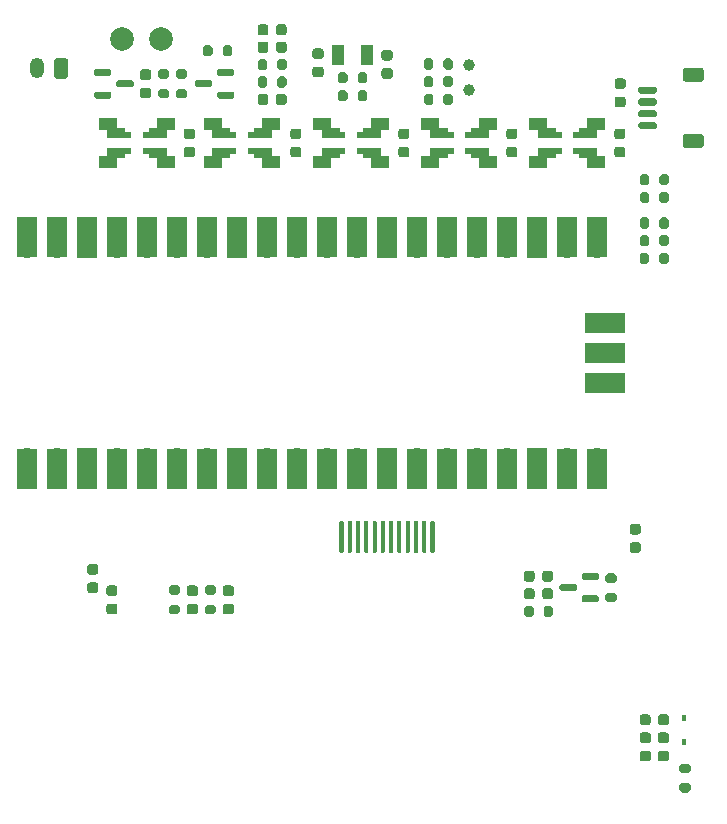
<source format=gbs>
G04 #@! TF.GenerationSoftware,KiCad,Pcbnew,6.0.7+dfsg-1~bpo11+1*
G04 #@! TF.CreationDate,2023-01-24T09:36:58+00:00*
G04 #@! TF.ProjectId,aws-iot-expresslink-demo-badge,6177732d-696f-4742-9d65-787072657373,1*
G04 #@! TF.SameCoordinates,Original*
G04 #@! TF.FileFunction,Soldermask,Bot*
G04 #@! TF.FilePolarity,Negative*
%FSLAX46Y46*%
G04 Gerber Fmt 4.6, Leading zero omitted, Abs format (unit mm)*
G04 Created by KiCad (PCBNEW 6.0.7+dfsg-1~bpo11+1) date 2023-01-24 09:36:58*
%MOMM*%
%LPD*%
G01*
G04 APERTURE LIST*
%ADD10R,1.000000X0.600000*%
%ADD11R,1.600000X0.850000*%
%ADD12R,1.500000X1.000000*%
%ADD13O,1.700000X1.700000*%
%ADD14R,1.700000X3.500000*%
%ADD15R,1.700000X1.700000*%
%ADD16R,3.500000X1.700000*%
%ADD17R,1.000000X1.800000*%
%ADD18C,2.000000*%
%ADD19C,1.000000*%
%ADD20O,1.200000X1.750000*%
%ADD21R,0.450000X0.600000*%
G04 APERTURE END LIST*
G36*
G01*
X117580800Y-129268500D02*
X117580800Y-131843500D01*
G75*
G02*
X117493300Y-131931000I-87500J0D01*
G01*
X117318300Y-131931000D01*
G75*
G02*
X117230800Y-131843500I0J87500D01*
G01*
X117230800Y-129268500D01*
G75*
G02*
X117318300Y-129181000I87500J0D01*
G01*
X117493300Y-129181000D01*
G75*
G02*
X117580800Y-129268500I0J-87500D01*
G01*
G37*
G36*
G01*
X116880800Y-129268500D02*
X116880800Y-131843500D01*
G75*
G02*
X116793300Y-131931000I-87500J0D01*
G01*
X116618300Y-131931000D01*
G75*
G02*
X116530800Y-131843500I0J87500D01*
G01*
X116530800Y-129268500D01*
G75*
G02*
X116618300Y-129181000I87500J0D01*
G01*
X116793300Y-129181000D01*
G75*
G02*
X116880800Y-129268500I0J-87500D01*
G01*
G37*
G36*
G01*
X116180800Y-129268500D02*
X116180800Y-131843500D01*
G75*
G02*
X116093300Y-131931000I-87500J0D01*
G01*
X115918300Y-131931000D01*
G75*
G02*
X115830800Y-131843500I0J87500D01*
G01*
X115830800Y-129268500D01*
G75*
G02*
X115918300Y-129181000I87500J0D01*
G01*
X116093300Y-129181000D01*
G75*
G02*
X116180800Y-129268500I0J-87500D01*
G01*
G37*
G36*
G01*
X115480800Y-129268500D02*
X115480800Y-131843500D01*
G75*
G02*
X115393300Y-131931000I-87500J0D01*
G01*
X115218300Y-131931000D01*
G75*
G02*
X115130800Y-131843500I0J87500D01*
G01*
X115130800Y-129268500D01*
G75*
G02*
X115218300Y-129181000I87500J0D01*
G01*
X115393300Y-129181000D01*
G75*
G02*
X115480800Y-129268500I0J-87500D01*
G01*
G37*
G36*
G01*
X114780800Y-129268500D02*
X114780800Y-131843500D01*
G75*
G02*
X114693300Y-131931000I-87500J0D01*
G01*
X114518300Y-131931000D01*
G75*
G02*
X114430800Y-131843500I0J87500D01*
G01*
X114430800Y-129268500D01*
G75*
G02*
X114518300Y-129181000I87500J0D01*
G01*
X114693300Y-129181000D01*
G75*
G02*
X114780800Y-129268500I0J-87500D01*
G01*
G37*
G36*
G01*
X114080800Y-129268500D02*
X114080800Y-131843500D01*
G75*
G02*
X113993300Y-131931000I-87500J0D01*
G01*
X113818300Y-131931000D01*
G75*
G02*
X113730800Y-131843500I0J87500D01*
G01*
X113730800Y-129268500D01*
G75*
G02*
X113818300Y-129181000I87500J0D01*
G01*
X113993300Y-129181000D01*
G75*
G02*
X114080800Y-129268500I0J-87500D01*
G01*
G37*
G36*
G01*
X113380800Y-129268500D02*
X113380800Y-131843500D01*
G75*
G02*
X113293300Y-131931000I-87500J0D01*
G01*
X113118300Y-131931000D01*
G75*
G02*
X113030800Y-131843500I0J87500D01*
G01*
X113030800Y-129268500D01*
G75*
G02*
X113118300Y-129181000I87500J0D01*
G01*
X113293300Y-129181000D01*
G75*
G02*
X113380800Y-129268500I0J-87500D01*
G01*
G37*
G36*
G01*
X112680800Y-129268500D02*
X112680800Y-131843500D01*
G75*
G02*
X112593300Y-131931000I-87500J0D01*
G01*
X112418300Y-131931000D01*
G75*
G02*
X112330800Y-131843500I0J87500D01*
G01*
X112330800Y-129268500D01*
G75*
G02*
X112418300Y-129181000I87500J0D01*
G01*
X112593300Y-129181000D01*
G75*
G02*
X112680800Y-129268500I0J-87500D01*
G01*
G37*
G36*
G01*
X111980800Y-129268500D02*
X111980800Y-131843500D01*
G75*
G02*
X111893300Y-131931000I-87500J0D01*
G01*
X111718300Y-131931000D01*
G75*
G02*
X111630800Y-131843500I0J87500D01*
G01*
X111630800Y-129268500D01*
G75*
G02*
X111718300Y-129181000I87500J0D01*
G01*
X111893300Y-129181000D01*
G75*
G02*
X111980800Y-129268500I0J-87500D01*
G01*
G37*
G36*
G01*
X111280800Y-129268500D02*
X111280800Y-131843500D01*
G75*
G02*
X111193300Y-131931000I-87500J0D01*
G01*
X111018300Y-131931000D01*
G75*
G02*
X110930800Y-131843500I0J87500D01*
G01*
X110930800Y-129268500D01*
G75*
G02*
X111018300Y-129181000I87500J0D01*
G01*
X111193300Y-129181000D01*
G75*
G02*
X111280800Y-129268500I0J-87500D01*
G01*
G37*
G36*
G01*
X110580800Y-129268500D02*
X110580800Y-131843500D01*
G75*
G02*
X110493300Y-131931000I-87500J0D01*
G01*
X110318300Y-131931000D01*
G75*
G02*
X110230800Y-131843500I0J87500D01*
G01*
X110230800Y-129268500D01*
G75*
G02*
X110318300Y-129181000I87500J0D01*
G01*
X110493300Y-129181000D01*
G75*
G02*
X110580800Y-129268500I0J-87500D01*
G01*
G37*
G36*
G01*
X109880800Y-129268500D02*
X109880800Y-131843500D01*
G75*
G02*
X109793300Y-131931000I-87500J0D01*
G01*
X109618300Y-131931000D01*
G75*
G02*
X109530800Y-131843500I0J87500D01*
G01*
X109530800Y-129268500D01*
G75*
G02*
X109618300Y-129181000I87500J0D01*
G01*
X109793300Y-129181000D01*
G75*
G02*
X109880800Y-129268500I0J-87500D01*
G01*
G37*
G36*
G01*
X125152400Y-135632000D02*
X125152400Y-135132000D01*
G75*
G02*
X125377400Y-134907000I225000J0D01*
G01*
X125827400Y-134907000D01*
G75*
G02*
X126052400Y-135132000I0J-225000D01*
G01*
X126052400Y-135632000D01*
G75*
G02*
X125827400Y-135857000I-225000J0D01*
G01*
X125377400Y-135857000D01*
G75*
G02*
X125152400Y-135632000I0J225000D01*
G01*
G37*
G36*
G01*
X126702400Y-135632000D02*
X126702400Y-135132000D01*
G75*
G02*
X126927400Y-134907000I225000J0D01*
G01*
X127377400Y-134907000D01*
G75*
G02*
X127602400Y-135132000I0J-225000D01*
G01*
X127602400Y-135632000D01*
G75*
G02*
X127377400Y-135857000I-225000J0D01*
G01*
X126927400Y-135857000D01*
G75*
G02*
X126702400Y-135632000I0J225000D01*
G01*
G37*
G36*
G01*
X131506800Y-133748600D02*
X131506800Y-134048600D01*
G75*
G02*
X131356800Y-134198600I-150000J0D01*
G01*
X130181800Y-134198600D01*
G75*
G02*
X130031800Y-134048600I0J150000D01*
G01*
X130031800Y-133748600D01*
G75*
G02*
X130181800Y-133598600I150000J0D01*
G01*
X131356800Y-133598600D01*
G75*
G02*
X131506800Y-133748600I0J-150000D01*
G01*
G37*
G36*
G01*
X131506800Y-135648600D02*
X131506800Y-135948600D01*
G75*
G02*
X131356800Y-136098600I-150000J0D01*
G01*
X130181800Y-136098600D01*
G75*
G02*
X130031800Y-135948600I0J150000D01*
G01*
X130031800Y-135648600D01*
G75*
G02*
X130181800Y-135498600I150000J0D01*
G01*
X131356800Y-135498600D01*
G75*
G02*
X131506800Y-135648600I0J-150000D01*
G01*
G37*
G36*
G01*
X129631800Y-134698600D02*
X129631800Y-134998600D01*
G75*
G02*
X129481800Y-135148600I-150000J0D01*
G01*
X128306800Y-135148600D01*
G75*
G02*
X128156800Y-134998600I0J150000D01*
G01*
X128156800Y-134698600D01*
G75*
G02*
X128306800Y-134548600I150000J0D01*
G01*
X129481800Y-134548600D01*
G75*
G02*
X129631800Y-134698600I0J-150000D01*
G01*
G37*
G36*
G01*
X115235800Y-98430800D02*
X114735800Y-98430800D01*
G75*
G02*
X114510800Y-98205800I0J225000D01*
G01*
X114510800Y-97755800D01*
G75*
G02*
X114735800Y-97530800I225000J0D01*
G01*
X115235800Y-97530800D01*
G75*
G02*
X115460800Y-97755800I0J-225000D01*
G01*
X115460800Y-98205800D01*
G75*
G02*
X115235800Y-98430800I-225000J0D01*
G01*
G37*
G36*
G01*
X115235800Y-96880800D02*
X114735800Y-96880800D01*
G75*
G02*
X114510800Y-96655800I0J225000D01*
G01*
X114510800Y-96205800D01*
G75*
G02*
X114735800Y-95980800I225000J0D01*
G01*
X115235800Y-95980800D01*
G75*
G02*
X115460800Y-96205800I0J-225000D01*
G01*
X115460800Y-96655800D01*
G75*
G02*
X115235800Y-96880800I-225000J0D01*
G01*
G37*
D10*
X127828800Y-97855800D03*
D11*
X127078800Y-98080800D03*
D12*
X126378800Y-98805800D03*
D11*
X127078800Y-96330800D03*
D10*
X127828800Y-96555800D03*
D12*
X126378800Y-95605800D03*
D10*
X129828800Y-96555800D03*
D11*
X130578800Y-96330800D03*
D12*
X131278800Y-95605800D03*
D10*
X129828800Y-97855800D03*
D12*
X131278800Y-98805800D03*
D11*
X130578800Y-98080800D03*
D13*
X83108800Y-106095800D03*
D14*
X83108800Y-105195800D03*
X85648800Y-105195800D03*
D13*
X85648800Y-106095800D03*
D15*
X88188800Y-106095800D03*
D14*
X88188800Y-105195800D03*
X90728800Y-105195800D03*
D13*
X90728800Y-106095800D03*
D14*
X93268800Y-105195800D03*
D13*
X93268800Y-106095800D03*
X95808800Y-106095800D03*
D14*
X95808800Y-105195800D03*
X98348800Y-105195800D03*
D13*
X98348800Y-106095800D03*
D14*
X100888800Y-105195800D03*
D15*
X100888800Y-106095800D03*
D14*
X103428800Y-105195800D03*
D13*
X103428800Y-106095800D03*
D14*
X105968800Y-105195800D03*
D13*
X105968800Y-106095800D03*
X108508800Y-106095800D03*
D14*
X108508800Y-105195800D03*
D13*
X111048800Y-106095800D03*
D14*
X111048800Y-105195800D03*
X113588800Y-105195800D03*
D15*
X113588800Y-106095800D03*
D14*
X116128800Y-105195800D03*
D13*
X116128800Y-106095800D03*
X118668800Y-106095800D03*
D14*
X118668800Y-105195800D03*
X121208800Y-105195800D03*
D13*
X121208800Y-106095800D03*
D14*
X123748800Y-105195800D03*
D13*
X123748800Y-106095800D03*
D15*
X126288800Y-106095800D03*
D14*
X126288800Y-105195800D03*
X128828800Y-105195800D03*
D13*
X128828800Y-106095800D03*
X131368800Y-106095800D03*
D14*
X131368800Y-105195800D03*
X131368800Y-124775800D03*
D13*
X131368800Y-123875800D03*
X128828800Y-123875800D03*
D14*
X128828800Y-124775800D03*
D15*
X126288800Y-123875800D03*
D14*
X126288800Y-124775800D03*
D13*
X123748800Y-123875800D03*
D14*
X123748800Y-124775800D03*
D13*
X121208800Y-123875800D03*
D14*
X121208800Y-124775800D03*
X118668800Y-124775800D03*
D13*
X118668800Y-123875800D03*
D14*
X116128800Y-124775800D03*
D13*
X116128800Y-123875800D03*
D14*
X113588800Y-124775800D03*
D15*
X113588800Y-123875800D03*
D14*
X111048800Y-124775800D03*
D13*
X111048800Y-123875800D03*
X108508800Y-123875800D03*
D14*
X108508800Y-124775800D03*
X105968800Y-124775800D03*
D13*
X105968800Y-123875800D03*
X103428800Y-123875800D03*
D14*
X103428800Y-124775800D03*
D15*
X100888800Y-123875800D03*
D14*
X100888800Y-124775800D03*
D13*
X98348800Y-123875800D03*
D14*
X98348800Y-124775800D03*
X95808800Y-124775800D03*
D13*
X95808800Y-123875800D03*
D14*
X93268800Y-124775800D03*
D13*
X93268800Y-123875800D03*
D14*
X90728800Y-124775800D03*
D13*
X90728800Y-123875800D03*
D14*
X88188800Y-124775800D03*
D15*
X88188800Y-123875800D03*
D14*
X85648800Y-124775800D03*
D13*
X85648800Y-123875800D03*
D14*
X83108800Y-124775800D03*
D13*
X83108800Y-123875800D03*
D16*
X132038800Y-112445800D03*
D13*
X131138800Y-112445800D03*
D15*
X131138800Y-114985800D03*
D16*
X132038800Y-114985800D03*
D13*
X131138800Y-117525800D03*
D16*
X132038800Y-117525800D03*
G36*
G01*
X92870928Y-90977000D02*
X93370928Y-90977000D01*
G75*
G02*
X93595928Y-91202000I0J-225000D01*
G01*
X93595928Y-91652000D01*
G75*
G02*
X93370928Y-91877000I-225000J0D01*
G01*
X92870928Y-91877000D01*
G75*
G02*
X92645928Y-91652000I0J225000D01*
G01*
X92645928Y-91202000D01*
G75*
G02*
X92870928Y-90977000I225000J0D01*
G01*
G37*
G36*
G01*
X92870928Y-92527000D02*
X93370928Y-92527000D01*
G75*
G02*
X93595928Y-92752000I0J-225000D01*
G01*
X93595928Y-93202000D01*
G75*
G02*
X93370928Y-93427000I-225000J0D01*
G01*
X92870928Y-93427000D01*
G75*
G02*
X92645928Y-93202000I0J225000D01*
G01*
X92645928Y-92752000D01*
G75*
G02*
X92870928Y-92527000I225000J0D01*
G01*
G37*
G36*
G01*
X95279800Y-134665000D02*
X95829800Y-134665000D01*
G75*
G02*
X96029800Y-134865000I0J-200000D01*
G01*
X96029800Y-135265000D01*
G75*
G02*
X95829800Y-135465000I-200000J0D01*
G01*
X95279800Y-135465000D01*
G75*
G02*
X95079800Y-135265000I0J200000D01*
G01*
X95079800Y-134865000D01*
G75*
G02*
X95279800Y-134665000I200000J0D01*
G01*
G37*
G36*
G01*
X95279800Y-136315000D02*
X95829800Y-136315000D01*
G75*
G02*
X96029800Y-136515000I0J-200000D01*
G01*
X96029800Y-136915000D01*
G75*
G02*
X95829800Y-137115000I-200000J0D01*
G01*
X95279800Y-137115000D01*
G75*
G02*
X95079800Y-136915000I0J200000D01*
G01*
X95079800Y-136515000D01*
G75*
G02*
X95279800Y-136315000I200000J0D01*
G01*
G37*
G36*
G01*
X119131800Y-90250600D02*
X119131800Y-90800600D01*
G75*
G02*
X118931800Y-91000600I-200000J0D01*
G01*
X118531800Y-91000600D01*
G75*
G02*
X118331800Y-90800600I0J200000D01*
G01*
X118331800Y-90250600D01*
G75*
G02*
X118531800Y-90050600I200000J0D01*
G01*
X118931800Y-90050600D01*
G75*
G02*
X119131800Y-90250600I0J-200000D01*
G01*
G37*
G36*
G01*
X117481800Y-90250600D02*
X117481800Y-90800600D01*
G75*
G02*
X117281800Y-91000600I-200000J0D01*
G01*
X116881800Y-91000600D01*
G75*
G02*
X116681800Y-90800600I0J200000D01*
G01*
X116681800Y-90250600D01*
G75*
G02*
X116881800Y-90050600I200000J0D01*
G01*
X117281800Y-90050600D01*
G75*
G02*
X117481800Y-90250600I0J-200000D01*
G01*
G37*
G36*
G01*
X102610200Y-89353200D02*
X102610200Y-88853200D01*
G75*
G02*
X102835200Y-88628200I225000J0D01*
G01*
X103285200Y-88628200D01*
G75*
G02*
X103510200Y-88853200I0J-225000D01*
G01*
X103510200Y-89353200D01*
G75*
G02*
X103285200Y-89578200I-225000J0D01*
G01*
X102835200Y-89578200D01*
G75*
G02*
X102610200Y-89353200I0J225000D01*
G01*
G37*
G36*
G01*
X104160200Y-89353200D02*
X104160200Y-88853200D01*
G75*
G02*
X104385200Y-88628200I225000J0D01*
G01*
X104835200Y-88628200D01*
G75*
G02*
X105060200Y-88853200I0J-225000D01*
G01*
X105060200Y-89353200D01*
G75*
G02*
X104835200Y-89578200I-225000J0D01*
G01*
X104385200Y-89578200D01*
G75*
G02*
X104160200Y-89353200I0J225000D01*
G01*
G37*
D17*
X111892400Y-89789000D03*
X109392400Y-89789000D03*
G36*
G01*
X97074800Y-98430800D02*
X96574800Y-98430800D01*
G75*
G02*
X96349800Y-98205800I0J225000D01*
G01*
X96349800Y-97755800D01*
G75*
G02*
X96574800Y-97530800I225000J0D01*
G01*
X97074800Y-97530800D01*
G75*
G02*
X97299800Y-97755800I0J-225000D01*
G01*
X97299800Y-98205800D01*
G75*
G02*
X97074800Y-98430800I-225000J0D01*
G01*
G37*
G36*
G01*
X97074800Y-96880800D02*
X96574800Y-96880800D01*
G75*
G02*
X96349800Y-96655800I0J225000D01*
G01*
X96349800Y-96205800D01*
G75*
G02*
X96574800Y-95980800I225000J0D01*
G01*
X97074800Y-95980800D01*
G75*
G02*
X97299800Y-96205800I0J-225000D01*
G01*
X97299800Y-96655800D01*
G75*
G02*
X97074800Y-96880800I-225000J0D01*
G01*
G37*
G36*
G01*
X100633400Y-91102000D02*
X100633400Y-91402000D01*
G75*
G02*
X100483400Y-91552000I-150000J0D01*
G01*
X99308400Y-91552000D01*
G75*
G02*
X99158400Y-91402000I0J150000D01*
G01*
X99158400Y-91102000D01*
G75*
G02*
X99308400Y-90952000I150000J0D01*
G01*
X100483400Y-90952000D01*
G75*
G02*
X100633400Y-91102000I0J-150000D01*
G01*
G37*
G36*
G01*
X100633400Y-93002000D02*
X100633400Y-93302000D01*
G75*
G02*
X100483400Y-93452000I-150000J0D01*
G01*
X99308400Y-93452000D01*
G75*
G02*
X99158400Y-93302000I0J150000D01*
G01*
X99158400Y-93002000D01*
G75*
G02*
X99308400Y-92852000I150000J0D01*
G01*
X100483400Y-92852000D01*
G75*
G02*
X100633400Y-93002000I0J-150000D01*
G01*
G37*
G36*
G01*
X98758400Y-92052000D02*
X98758400Y-92352000D01*
G75*
G02*
X98608400Y-92502000I-150000J0D01*
G01*
X97433400Y-92502000D01*
G75*
G02*
X97283400Y-92352000I0J150000D01*
G01*
X97283400Y-92052000D01*
G75*
G02*
X97433400Y-91902000I150000J0D01*
G01*
X98608400Y-91902000D01*
G75*
G02*
X98758400Y-92052000I0J-150000D01*
G01*
G37*
D18*
X91109800Y-88442799D03*
G36*
G01*
X96828800Y-134665000D02*
X97328800Y-134665000D01*
G75*
G02*
X97553800Y-134890000I0J-225000D01*
G01*
X97553800Y-135340000D01*
G75*
G02*
X97328800Y-135565000I-225000J0D01*
G01*
X96828800Y-135565000D01*
G75*
G02*
X96603800Y-135340000I0J225000D01*
G01*
X96603800Y-134890000D01*
G75*
G02*
X96828800Y-134665000I225000J0D01*
G01*
G37*
G36*
G01*
X96828800Y-136215000D02*
X97328800Y-136215000D01*
G75*
G02*
X97553800Y-136440000I0J-225000D01*
G01*
X97553800Y-136890000D01*
G75*
G02*
X97328800Y-137115000I-225000J0D01*
G01*
X96828800Y-137115000D01*
G75*
G02*
X96603800Y-136890000I0J225000D01*
G01*
X96603800Y-136440000D01*
G75*
G02*
X96828800Y-136215000I225000J0D01*
G01*
G37*
D11*
X117934800Y-98080800D03*
D12*
X117234800Y-98805800D03*
D10*
X118684800Y-97855800D03*
X118684800Y-96555800D03*
D12*
X117234800Y-95605800D03*
D11*
X117934800Y-96330800D03*
X121434800Y-96330800D03*
D12*
X122134800Y-95605800D03*
D10*
X120684800Y-96555800D03*
X120684800Y-97855800D03*
D12*
X122134800Y-98805800D03*
D11*
X121434800Y-98080800D03*
G36*
G01*
X100437400Y-89133000D02*
X100437400Y-89683000D01*
G75*
G02*
X100237400Y-89883000I-200000J0D01*
G01*
X99837400Y-89883000D01*
G75*
G02*
X99637400Y-89683000I0J200000D01*
G01*
X99637400Y-89133000D01*
G75*
G02*
X99837400Y-88933000I200000J0D01*
G01*
X100237400Y-88933000D01*
G75*
G02*
X100437400Y-89133000I0J-200000D01*
G01*
G37*
G36*
G01*
X98787400Y-89133000D02*
X98787400Y-89683000D01*
G75*
G02*
X98587400Y-89883000I-200000J0D01*
G01*
X98187400Y-89883000D01*
G75*
G02*
X97987400Y-89683000I0J200000D01*
G01*
X97987400Y-89133000D01*
G75*
G02*
X98187400Y-88933000I200000J0D01*
G01*
X98587400Y-88933000D01*
G75*
G02*
X98787400Y-89133000I0J-200000D01*
G01*
G37*
G36*
G01*
X132799200Y-136099000D02*
X132249200Y-136099000D01*
G75*
G02*
X132049200Y-135899000I0J200000D01*
G01*
X132049200Y-135499000D01*
G75*
G02*
X132249200Y-135299000I200000J0D01*
G01*
X132799200Y-135299000D01*
G75*
G02*
X132999200Y-135499000I0J-200000D01*
G01*
X132999200Y-135899000D01*
G75*
G02*
X132799200Y-136099000I-200000J0D01*
G01*
G37*
G36*
G01*
X132799200Y-134449000D02*
X132249200Y-134449000D01*
G75*
G02*
X132049200Y-134249000I0J200000D01*
G01*
X132049200Y-133849000D01*
G75*
G02*
X132249200Y-133649000I200000J0D01*
G01*
X132799200Y-133649000D01*
G75*
G02*
X132999200Y-133849000I0J-200000D01*
G01*
X132999200Y-134249000D01*
G75*
G02*
X132799200Y-134449000I-200000J0D01*
G01*
G37*
G36*
G01*
X102610200Y-93772800D02*
X102610200Y-93272800D01*
G75*
G02*
X102835200Y-93047800I225000J0D01*
G01*
X103285200Y-93047800D01*
G75*
G02*
X103510200Y-93272800I0J-225000D01*
G01*
X103510200Y-93772800D01*
G75*
G02*
X103285200Y-93997800I-225000J0D01*
G01*
X102835200Y-93997800D01*
G75*
G02*
X102610200Y-93772800I0J225000D01*
G01*
G37*
G36*
G01*
X104160200Y-93772800D02*
X104160200Y-93272800D01*
G75*
G02*
X104385200Y-93047800I225000J0D01*
G01*
X104835200Y-93047800D01*
G75*
G02*
X105060200Y-93272800I0J-225000D01*
G01*
X105060200Y-93772800D01*
G75*
G02*
X104835200Y-93997800I-225000J0D01*
G01*
X104385200Y-93997800D01*
G75*
G02*
X104160200Y-93772800I0J225000D01*
G01*
G37*
G36*
G01*
X102610200Y-87880000D02*
X102610200Y-87380000D01*
G75*
G02*
X102835200Y-87155000I225000J0D01*
G01*
X103285200Y-87155000D01*
G75*
G02*
X103510200Y-87380000I0J-225000D01*
G01*
X103510200Y-87880000D01*
G75*
G02*
X103285200Y-88105000I-225000J0D01*
G01*
X102835200Y-88105000D01*
G75*
G02*
X102610200Y-87880000I0J225000D01*
G01*
G37*
G36*
G01*
X104160200Y-87880000D02*
X104160200Y-87380000D01*
G75*
G02*
X104385200Y-87155000I225000J0D01*
G01*
X104835200Y-87155000D01*
G75*
G02*
X105060200Y-87380000I0J-225000D01*
G01*
X105060200Y-87880000D01*
G75*
G02*
X104835200Y-88105000I-225000J0D01*
G01*
X104385200Y-88105000D01*
G75*
G02*
X104160200Y-87880000I0J225000D01*
G01*
G37*
G36*
G01*
X111867400Y-92943000D02*
X111867400Y-93493000D01*
G75*
G02*
X111667400Y-93693000I-200000J0D01*
G01*
X111267400Y-93693000D01*
G75*
G02*
X111067400Y-93493000I0J200000D01*
G01*
X111067400Y-92943000D01*
G75*
G02*
X111267400Y-92743000I200000J0D01*
G01*
X111667400Y-92743000D01*
G75*
G02*
X111867400Y-92943000I0J-200000D01*
G01*
G37*
G36*
G01*
X110217400Y-92943000D02*
X110217400Y-93493000D01*
G75*
G02*
X110017400Y-93693000I-200000J0D01*
G01*
X109617400Y-93693000D01*
G75*
G02*
X109417400Y-93493000I0J200000D01*
G01*
X109417400Y-92943000D01*
G75*
G02*
X109617400Y-92743000I200000J0D01*
G01*
X110017400Y-92743000D01*
G75*
G02*
X110217400Y-92943000I0J-200000D01*
G01*
G37*
G36*
G01*
X133523800Y-98430800D02*
X133023800Y-98430800D01*
G75*
G02*
X132798800Y-98205800I0J225000D01*
G01*
X132798800Y-97755800D01*
G75*
G02*
X133023800Y-97530800I225000J0D01*
G01*
X133523800Y-97530800D01*
G75*
G02*
X133748800Y-97755800I0J-225000D01*
G01*
X133748800Y-98205800D01*
G75*
G02*
X133523800Y-98430800I-225000J0D01*
G01*
G37*
G36*
G01*
X133523800Y-96880800D02*
X133023800Y-96880800D01*
G75*
G02*
X132798800Y-96655800I0J225000D01*
G01*
X132798800Y-96205800D01*
G75*
G02*
X133023800Y-95980800I225000J0D01*
G01*
X133523800Y-95980800D01*
G75*
G02*
X133748800Y-96205800I0J-225000D01*
G01*
X133748800Y-96655800D01*
G75*
G02*
X133523800Y-96880800I-225000J0D01*
G01*
G37*
G36*
G01*
X137419800Y-101553600D02*
X137419800Y-102103600D01*
G75*
G02*
X137219800Y-102303600I-200000J0D01*
G01*
X136819800Y-102303600D01*
G75*
G02*
X136619800Y-102103600I0J200000D01*
G01*
X136619800Y-101553600D01*
G75*
G02*
X136819800Y-101353600I200000J0D01*
G01*
X137219800Y-101353600D01*
G75*
G02*
X137419800Y-101553600I0J-200000D01*
G01*
G37*
G36*
G01*
X135769800Y-101553600D02*
X135769800Y-102103600D01*
G75*
G02*
X135569800Y-102303600I-200000J0D01*
G01*
X135169800Y-102303600D01*
G75*
G02*
X134969800Y-102103600I0J200000D01*
G01*
X134969800Y-101553600D01*
G75*
G02*
X135169800Y-101353600I200000J0D01*
G01*
X135569800Y-101353600D01*
G75*
G02*
X135769800Y-101553600I0J-200000D01*
G01*
G37*
G36*
G01*
X105060200Y-91774600D02*
X105060200Y-92324600D01*
G75*
G02*
X104860200Y-92524600I-200000J0D01*
G01*
X104460200Y-92524600D01*
G75*
G02*
X104260200Y-92324600I0J200000D01*
G01*
X104260200Y-91774600D01*
G75*
G02*
X104460200Y-91574600I200000J0D01*
G01*
X104860200Y-91574600D01*
G75*
G02*
X105060200Y-91774600I0J-200000D01*
G01*
G37*
G36*
G01*
X103410200Y-91774600D02*
X103410200Y-92324600D01*
G75*
G02*
X103210200Y-92524600I-200000J0D01*
G01*
X102810200Y-92524600D01*
G75*
G02*
X102610200Y-92324600I0J200000D01*
G01*
X102610200Y-91774600D01*
G75*
G02*
X102810200Y-91574600I200000J0D01*
G01*
X103210200Y-91574600D01*
G75*
G02*
X103410200Y-91774600I0J-200000D01*
G01*
G37*
D19*
X120472200Y-92684600D03*
G36*
G01*
X106091800Y-98430800D02*
X105591800Y-98430800D01*
G75*
G02*
X105366800Y-98205800I0J225000D01*
G01*
X105366800Y-97755800D01*
G75*
G02*
X105591800Y-97530800I225000J0D01*
G01*
X106091800Y-97530800D01*
G75*
G02*
X106316800Y-97755800I0J-225000D01*
G01*
X106316800Y-98205800D01*
G75*
G02*
X106091800Y-98430800I-225000J0D01*
G01*
G37*
G36*
G01*
X106091800Y-96880800D02*
X105591800Y-96880800D01*
G75*
G02*
X105366800Y-96655800I0J225000D01*
G01*
X105366800Y-96205800D01*
G75*
G02*
X105591800Y-95980800I225000J0D01*
G01*
X106091800Y-95980800D01*
G75*
G02*
X106316800Y-96205800I0J-225000D01*
G01*
X106316800Y-96655800D01*
G75*
G02*
X106091800Y-96880800I-225000J0D01*
G01*
G37*
G36*
G01*
X107971400Y-91649000D02*
X107471400Y-91649000D01*
G75*
G02*
X107246400Y-91424000I0J225000D01*
G01*
X107246400Y-90974000D01*
G75*
G02*
X107471400Y-90749000I225000J0D01*
G01*
X107971400Y-90749000D01*
G75*
G02*
X108196400Y-90974000I0J-225000D01*
G01*
X108196400Y-91424000D01*
G75*
G02*
X107971400Y-91649000I-225000J0D01*
G01*
G37*
G36*
G01*
X107971400Y-90099000D02*
X107471400Y-90099000D01*
G75*
G02*
X107246400Y-89874000I0J225000D01*
G01*
X107246400Y-89424000D01*
G75*
G02*
X107471400Y-89199000I225000J0D01*
G01*
X107971400Y-89199000D01*
G75*
G02*
X108196400Y-89424000I0J-225000D01*
G01*
X108196400Y-89874000D01*
G75*
G02*
X107971400Y-90099000I-225000J0D01*
G01*
G37*
G36*
G01*
X105060200Y-90301400D02*
X105060200Y-90851400D01*
G75*
G02*
X104860200Y-91051400I-200000J0D01*
G01*
X104460200Y-91051400D01*
G75*
G02*
X104260200Y-90851400I0J200000D01*
G01*
X104260200Y-90301400D01*
G75*
G02*
X104460200Y-90101400I200000J0D01*
G01*
X104860200Y-90101400D01*
G75*
G02*
X105060200Y-90301400I0J-200000D01*
G01*
G37*
G36*
G01*
X103410200Y-90301400D02*
X103410200Y-90851400D01*
G75*
G02*
X103210200Y-91051400I-200000J0D01*
G01*
X102810200Y-91051400D01*
G75*
G02*
X102610200Y-90851400I0J200000D01*
G01*
X102610200Y-90301400D01*
G75*
G02*
X102810200Y-90101400I200000J0D01*
G01*
X103210200Y-90101400D01*
G75*
G02*
X103410200Y-90301400I0J-200000D01*
G01*
G37*
G36*
G01*
X95889400Y-90977000D02*
X96439400Y-90977000D01*
G75*
G02*
X96639400Y-91177000I0J-200000D01*
G01*
X96639400Y-91577000D01*
G75*
G02*
X96439400Y-91777000I-200000J0D01*
G01*
X95889400Y-91777000D01*
G75*
G02*
X95689400Y-91577000I0J200000D01*
G01*
X95689400Y-91177000D01*
G75*
G02*
X95889400Y-90977000I200000J0D01*
G01*
G37*
G36*
G01*
X95889400Y-92627000D02*
X96439400Y-92627000D01*
G75*
G02*
X96639400Y-92827000I0J-200000D01*
G01*
X96639400Y-93227000D01*
G75*
G02*
X96439400Y-93427000I-200000J0D01*
G01*
X95889400Y-93427000D01*
G75*
G02*
X95689400Y-93227000I0J200000D01*
G01*
X95689400Y-92827000D01*
G75*
G02*
X95889400Y-92627000I200000J0D01*
G01*
G37*
G36*
G01*
X134992200Y-92434000D02*
X136242200Y-92434000D01*
G75*
G02*
X136392200Y-92584000I0J-150000D01*
G01*
X136392200Y-92884000D01*
G75*
G02*
X136242200Y-93034000I-150000J0D01*
G01*
X134992200Y-93034000D01*
G75*
G02*
X134842200Y-92884000I0J150000D01*
G01*
X134842200Y-92584000D01*
G75*
G02*
X134992200Y-92434000I150000J0D01*
G01*
G37*
G36*
G01*
X134992200Y-93434000D02*
X136242200Y-93434000D01*
G75*
G02*
X136392200Y-93584000I0J-150000D01*
G01*
X136392200Y-93884000D01*
G75*
G02*
X136242200Y-94034000I-150000J0D01*
G01*
X134992200Y-94034000D01*
G75*
G02*
X134842200Y-93884000I0J150000D01*
G01*
X134842200Y-93584000D01*
G75*
G02*
X134992200Y-93434000I150000J0D01*
G01*
G37*
G36*
G01*
X134992200Y-94434000D02*
X136242200Y-94434000D01*
G75*
G02*
X136392200Y-94584000I0J-150000D01*
G01*
X136392200Y-94884000D01*
G75*
G02*
X136242200Y-95034000I-150000J0D01*
G01*
X134992200Y-95034000D01*
G75*
G02*
X134842200Y-94884000I0J150000D01*
G01*
X134842200Y-94584000D01*
G75*
G02*
X134992200Y-94434000I150000J0D01*
G01*
G37*
G36*
G01*
X134992200Y-95434000D02*
X136242200Y-95434000D01*
G75*
G02*
X136392200Y-95584000I0J-150000D01*
G01*
X136392200Y-95884000D01*
G75*
G02*
X136242200Y-96034000I-150000J0D01*
G01*
X134992200Y-96034000D01*
G75*
G02*
X134842200Y-95884000I0J150000D01*
G01*
X134842200Y-95584000D01*
G75*
G02*
X134992200Y-95434000I150000J0D01*
G01*
G37*
G36*
G01*
X138842200Y-90834000D02*
X140142200Y-90834000D01*
G75*
G02*
X140392200Y-91084000I0J-250000D01*
G01*
X140392200Y-91784000D01*
G75*
G02*
X140142200Y-92034000I-250000J0D01*
G01*
X138842200Y-92034000D01*
G75*
G02*
X138592200Y-91784000I0J250000D01*
G01*
X138592200Y-91084000D01*
G75*
G02*
X138842200Y-90834000I250000J0D01*
G01*
G37*
G36*
G01*
X138842200Y-96434000D02*
X140142200Y-96434000D01*
G75*
G02*
X140392200Y-96684000I0J-250000D01*
G01*
X140392200Y-97384000D01*
G75*
G02*
X140142200Y-97634000I-250000J0D01*
G01*
X138842200Y-97634000D01*
G75*
G02*
X138592200Y-97384000I0J250000D01*
G01*
X138592200Y-96684000D01*
G75*
G02*
X138842200Y-96434000I250000J0D01*
G01*
G37*
D11*
X108780792Y-98080800D03*
D10*
X109530792Y-97855800D03*
D12*
X108080792Y-98805800D03*
D11*
X108780792Y-96330800D03*
D12*
X108080792Y-95605800D03*
D10*
X109530792Y-96555800D03*
D12*
X112980792Y-95605800D03*
D10*
X111530792Y-96555800D03*
D11*
X112280792Y-96330800D03*
D12*
X112980792Y-98805800D03*
D11*
X112280792Y-98080800D03*
D10*
X111530792Y-97855800D03*
G36*
G01*
X134969800Y-146300000D02*
X134969800Y-145800000D01*
G75*
G02*
X135194800Y-145575000I225000J0D01*
G01*
X135644800Y-145575000D01*
G75*
G02*
X135869800Y-145800000I0J-225000D01*
G01*
X135869800Y-146300000D01*
G75*
G02*
X135644800Y-146525000I-225000J0D01*
G01*
X135194800Y-146525000D01*
G75*
G02*
X134969800Y-146300000I0J225000D01*
G01*
G37*
G36*
G01*
X136519800Y-146300000D02*
X136519800Y-145800000D01*
G75*
G02*
X136744800Y-145575000I225000J0D01*
G01*
X137194800Y-145575000D01*
G75*
G02*
X137419800Y-145800000I0J-225000D01*
G01*
X137419800Y-146300000D01*
G75*
G02*
X137194800Y-146525000I-225000J0D01*
G01*
X136744800Y-146525000D01*
G75*
G02*
X136519800Y-146300000I0J225000D01*
G01*
G37*
G36*
G01*
X124379800Y-98430800D02*
X123879800Y-98430800D01*
G75*
G02*
X123654800Y-98205800I0J225000D01*
G01*
X123654800Y-97755800D01*
G75*
G02*
X123879800Y-97530800I225000J0D01*
G01*
X124379800Y-97530800D01*
G75*
G02*
X124604800Y-97755800I0J-225000D01*
G01*
X124604800Y-98205800D01*
G75*
G02*
X124379800Y-98430800I-225000J0D01*
G01*
G37*
G36*
G01*
X124379800Y-96880800D02*
X123879800Y-96880800D01*
G75*
G02*
X123654800Y-96655800I0J225000D01*
G01*
X123654800Y-96205800D01*
G75*
G02*
X123879800Y-95980800I225000J0D01*
G01*
X124379800Y-95980800D01*
G75*
G02*
X124604800Y-96205800I0J-225000D01*
G01*
X124604800Y-96655800D01*
G75*
G02*
X124379800Y-96880800I-225000J0D01*
G01*
G37*
G36*
G01*
X119131800Y-91749200D02*
X119131800Y-92299200D01*
G75*
G02*
X118931800Y-92499200I-200000J0D01*
G01*
X118531800Y-92499200D01*
G75*
G02*
X118331800Y-92299200I0J200000D01*
G01*
X118331800Y-91749200D01*
G75*
G02*
X118531800Y-91549200I200000J0D01*
G01*
X118931800Y-91549200D01*
G75*
G02*
X119131800Y-91749200I0J-200000D01*
G01*
G37*
G36*
G01*
X117481800Y-91749200D02*
X117481800Y-92299200D01*
G75*
G02*
X117281800Y-92499200I-200000J0D01*
G01*
X116881800Y-92499200D01*
G75*
G02*
X116681800Y-92299200I0J200000D01*
G01*
X116681800Y-91749200D01*
G75*
G02*
X116881800Y-91549200I200000J0D01*
G01*
X117281800Y-91549200D01*
G75*
G02*
X117481800Y-91749200I0J-200000D01*
G01*
G37*
G36*
G01*
X99876800Y-134665000D02*
X100376800Y-134665000D01*
G75*
G02*
X100601800Y-134890000I0J-225000D01*
G01*
X100601800Y-135340000D01*
G75*
G02*
X100376800Y-135565000I-225000J0D01*
G01*
X99876800Y-135565000D01*
G75*
G02*
X99651800Y-135340000I0J225000D01*
G01*
X99651800Y-134890000D01*
G75*
G02*
X99876800Y-134665000I225000J0D01*
G01*
G37*
G36*
G01*
X99876800Y-136215000D02*
X100376800Y-136215000D01*
G75*
G02*
X100601800Y-136440000I0J-225000D01*
G01*
X100601800Y-136890000D01*
G75*
G02*
X100376800Y-137115000I-225000J0D01*
G01*
X99876800Y-137115000D01*
G75*
G02*
X99651800Y-136890000I0J225000D01*
G01*
X99651800Y-136440000D01*
G75*
G02*
X99876800Y-136215000I225000J0D01*
G01*
G37*
G36*
G01*
X137406600Y-106709800D02*
X137406600Y-107259800D01*
G75*
G02*
X137206600Y-107459800I-200000J0D01*
G01*
X136806600Y-107459800D01*
G75*
G02*
X136606600Y-107259800I0J200000D01*
G01*
X136606600Y-106709800D01*
G75*
G02*
X136806600Y-106509800I200000J0D01*
G01*
X137206600Y-106509800D01*
G75*
G02*
X137406600Y-106709800I0J-200000D01*
G01*
G37*
G36*
G01*
X135756600Y-106709800D02*
X135756600Y-107259800D01*
G75*
G02*
X135556600Y-107459800I-200000J0D01*
G01*
X135156600Y-107459800D01*
G75*
G02*
X134956600Y-107259800I0J200000D01*
G01*
X134956600Y-106709800D01*
G75*
G02*
X135156600Y-106509800I200000J0D01*
G01*
X135556600Y-106509800D01*
G75*
G02*
X135756600Y-106709800I0J-200000D01*
G01*
G37*
G36*
G01*
X135182800Y-147111000D02*
X135682800Y-147111000D01*
G75*
G02*
X135907800Y-147336000I0J-225000D01*
G01*
X135907800Y-147786000D01*
G75*
G02*
X135682800Y-148011000I-225000J0D01*
G01*
X135182800Y-148011000D01*
G75*
G02*
X134957800Y-147786000I0J225000D01*
G01*
X134957800Y-147336000D01*
G75*
G02*
X135182800Y-147111000I225000J0D01*
G01*
G37*
G36*
G01*
X135182800Y-148661000D02*
X135682800Y-148661000D01*
G75*
G02*
X135907800Y-148886000I0J-225000D01*
G01*
X135907800Y-149336000D01*
G75*
G02*
X135682800Y-149561000I-225000J0D01*
G01*
X135182800Y-149561000D01*
G75*
G02*
X134957800Y-149336000I0J225000D01*
G01*
X134957800Y-148886000D01*
G75*
G02*
X135182800Y-148661000I225000J0D01*
G01*
G37*
D19*
X120472200Y-90627200D03*
G36*
G01*
X119131800Y-93247800D02*
X119131800Y-93797800D01*
G75*
G02*
X118931800Y-93997800I-200000J0D01*
G01*
X118531800Y-93997800D01*
G75*
G02*
X118331800Y-93797800I0J200000D01*
G01*
X118331800Y-93247800D01*
G75*
G02*
X118531800Y-93047800I200000J0D01*
G01*
X118931800Y-93047800D01*
G75*
G02*
X119131800Y-93247800I0J-200000D01*
G01*
G37*
G36*
G01*
X117481800Y-93247800D02*
X117481800Y-93797800D01*
G75*
G02*
X117281800Y-93997800I-200000J0D01*
G01*
X116881800Y-93997800D01*
G75*
G02*
X116681800Y-93797800I0J200000D01*
G01*
X116681800Y-93247800D01*
G75*
G02*
X116881800Y-93047800I200000J0D01*
G01*
X117281800Y-93047800D01*
G75*
G02*
X117481800Y-93247800I0J-200000D01*
G01*
G37*
G36*
G01*
X86563000Y-90270000D02*
X86563000Y-91520000D01*
G75*
G02*
X86313000Y-91770000I-250000J0D01*
G01*
X85613000Y-91770000D01*
G75*
G02*
X85363000Y-91520000I0J250000D01*
G01*
X85363000Y-90270000D01*
G75*
G02*
X85613000Y-90020000I250000J0D01*
G01*
X86313000Y-90020000D01*
G75*
G02*
X86563000Y-90270000I0J-250000D01*
G01*
G37*
D20*
X83963000Y-90895000D03*
D21*
X138684000Y-147963600D03*
X138684000Y-145863600D03*
G36*
G01*
X134819200Y-131908000D02*
X134319200Y-131908000D01*
G75*
G02*
X134094200Y-131683000I0J225000D01*
G01*
X134094200Y-131233000D01*
G75*
G02*
X134319200Y-131008000I225000J0D01*
G01*
X134819200Y-131008000D01*
G75*
G02*
X135044200Y-131233000I0J-225000D01*
G01*
X135044200Y-131683000D01*
G75*
G02*
X134819200Y-131908000I-225000J0D01*
G01*
G37*
G36*
G01*
X134819200Y-130358000D02*
X134319200Y-130358000D01*
G75*
G02*
X134094200Y-130133000I0J225000D01*
G01*
X134094200Y-129683000D01*
G75*
G02*
X134319200Y-129458000I225000J0D01*
G01*
X134819200Y-129458000D01*
G75*
G02*
X135044200Y-129683000I0J-225000D01*
G01*
X135044200Y-130133000D01*
G75*
G02*
X134819200Y-130358000I-225000J0D01*
G01*
G37*
D18*
X94411800Y-88442799D03*
G36*
G01*
X113813400Y-91776000D02*
X113313400Y-91776000D01*
G75*
G02*
X113088400Y-91551000I0J225000D01*
G01*
X113088400Y-91101000D01*
G75*
G02*
X113313400Y-90876000I225000J0D01*
G01*
X113813400Y-90876000D01*
G75*
G02*
X114038400Y-91101000I0J-225000D01*
G01*
X114038400Y-91551000D01*
G75*
G02*
X113813400Y-91776000I-225000J0D01*
G01*
G37*
G36*
G01*
X113813400Y-90226000D02*
X113313400Y-90226000D01*
G75*
G02*
X113088400Y-90001000I0J225000D01*
G01*
X113088400Y-89551000D01*
G75*
G02*
X113313400Y-89326000I225000J0D01*
G01*
X113813400Y-89326000D01*
G75*
G02*
X114038400Y-89551000I0J-225000D01*
G01*
X114038400Y-90001000D01*
G75*
G02*
X113813400Y-90226000I-225000J0D01*
G01*
G37*
G36*
G01*
X137406600Y-103712600D02*
X137406600Y-104262600D01*
G75*
G02*
X137206600Y-104462600I-200000J0D01*
G01*
X136806600Y-104462600D01*
G75*
G02*
X136606600Y-104262600I0J200000D01*
G01*
X136606600Y-103712600D01*
G75*
G02*
X136806600Y-103512600I200000J0D01*
G01*
X137206600Y-103512600D01*
G75*
G02*
X137406600Y-103712600I0J-200000D01*
G01*
G37*
G36*
G01*
X135756600Y-103712600D02*
X135756600Y-104262600D01*
G75*
G02*
X135556600Y-104462600I-200000J0D01*
G01*
X135156600Y-104462600D01*
G75*
G02*
X134956600Y-104262600I0J200000D01*
G01*
X134956600Y-103712600D01*
G75*
G02*
X135156600Y-103512600I200000J0D01*
G01*
X135556600Y-103512600D01*
G75*
G02*
X135756600Y-103712600I0J-200000D01*
G01*
G37*
G36*
G01*
X94919928Y-93427000D02*
X94369928Y-93427000D01*
G75*
G02*
X94169928Y-93227000I0J200000D01*
G01*
X94169928Y-92827000D01*
G75*
G02*
X94369928Y-92627000I200000J0D01*
G01*
X94919928Y-92627000D01*
G75*
G02*
X95119928Y-92827000I0J-200000D01*
G01*
X95119928Y-93227000D01*
G75*
G02*
X94919928Y-93427000I-200000J0D01*
G01*
G37*
G36*
G01*
X94919928Y-91777000D02*
X94369928Y-91777000D01*
G75*
G02*
X94169928Y-91577000I0J200000D01*
G01*
X94169928Y-91177000D01*
G75*
G02*
X94369928Y-90977000I200000J0D01*
G01*
X94919928Y-90977000D01*
G75*
G02*
X95119928Y-91177000I0J-200000D01*
G01*
X95119928Y-91577000D01*
G75*
G02*
X94919928Y-91777000I-200000J0D01*
G01*
G37*
G36*
G01*
X125152400Y-134133400D02*
X125152400Y-133633400D01*
G75*
G02*
X125377400Y-133408400I225000J0D01*
G01*
X125827400Y-133408400D01*
G75*
G02*
X126052400Y-133633400I0J-225000D01*
G01*
X126052400Y-134133400D01*
G75*
G02*
X125827400Y-134358400I-225000J0D01*
G01*
X125377400Y-134358400D01*
G75*
G02*
X125152400Y-134133400I0J225000D01*
G01*
G37*
G36*
G01*
X126702400Y-134133400D02*
X126702400Y-133633400D01*
G75*
G02*
X126927400Y-133408400I225000J0D01*
G01*
X127377400Y-133408400D01*
G75*
G02*
X127602400Y-133633400I0J-225000D01*
G01*
X127602400Y-134133400D01*
G75*
G02*
X127377400Y-134358400I-225000J0D01*
G01*
X126927400Y-134358400D01*
G75*
G02*
X126702400Y-134133400I0J225000D01*
G01*
G37*
G36*
G01*
X111867400Y-91419000D02*
X111867400Y-91969000D01*
G75*
G02*
X111667400Y-92169000I-200000J0D01*
G01*
X111267400Y-92169000D01*
G75*
G02*
X111067400Y-91969000I0J200000D01*
G01*
X111067400Y-91419000D01*
G75*
G02*
X111267400Y-91219000I200000J0D01*
G01*
X111667400Y-91219000D01*
G75*
G02*
X111867400Y-91419000I0J-200000D01*
G01*
G37*
G36*
G01*
X110217400Y-91419000D02*
X110217400Y-91969000D01*
G75*
G02*
X110017400Y-92169000I-200000J0D01*
G01*
X109617400Y-92169000D01*
G75*
G02*
X109417400Y-91969000I0J200000D01*
G01*
X109417400Y-91419000D01*
G75*
G02*
X109617400Y-91219000I200000J0D01*
G01*
X110017400Y-91219000D01*
G75*
G02*
X110217400Y-91419000I0J-200000D01*
G01*
G37*
G36*
G01*
X133049200Y-91739000D02*
X133549200Y-91739000D01*
G75*
G02*
X133774200Y-91964000I0J-225000D01*
G01*
X133774200Y-92414000D01*
G75*
G02*
X133549200Y-92639000I-225000J0D01*
G01*
X133049200Y-92639000D01*
G75*
G02*
X132824200Y-92414000I0J225000D01*
G01*
X132824200Y-91964000D01*
G75*
G02*
X133049200Y-91739000I225000J0D01*
G01*
G37*
G36*
G01*
X133049200Y-93289000D02*
X133549200Y-93289000D01*
G75*
G02*
X133774200Y-93514000I0J-225000D01*
G01*
X133774200Y-93964000D01*
G75*
G02*
X133549200Y-94189000I-225000J0D01*
G01*
X133049200Y-94189000D01*
G75*
G02*
X132824200Y-93964000I0J225000D01*
G01*
X132824200Y-93514000D01*
G75*
G02*
X133049200Y-93289000I225000J0D01*
G01*
G37*
G36*
G01*
X90515100Y-137115000D02*
X90015100Y-137115000D01*
G75*
G02*
X89790100Y-136890000I0J225000D01*
G01*
X89790100Y-136440000D01*
G75*
G02*
X90015100Y-136215000I225000J0D01*
G01*
X90515100Y-136215000D01*
G75*
G02*
X90740100Y-136440000I0J-225000D01*
G01*
X90740100Y-136890000D01*
G75*
G02*
X90515100Y-137115000I-225000J0D01*
G01*
G37*
G36*
G01*
X90515100Y-135565000D02*
X90015100Y-135565000D01*
G75*
G02*
X89790100Y-135340000I0J225000D01*
G01*
X89790100Y-134890000D01*
G75*
G02*
X90015100Y-134665000I225000J0D01*
G01*
X90515100Y-134665000D01*
G75*
G02*
X90740100Y-134890000I0J-225000D01*
G01*
X90740100Y-135340000D01*
G75*
G02*
X90515100Y-135565000I-225000J0D01*
G01*
G37*
G36*
G01*
X88753528Y-93302000D02*
X88753528Y-93002000D01*
G75*
G02*
X88903528Y-92852000I150000J0D01*
G01*
X90078528Y-92852000D01*
G75*
G02*
X90228528Y-93002000I0J-150000D01*
G01*
X90228528Y-93302000D01*
G75*
G02*
X90078528Y-93452000I-150000J0D01*
G01*
X88903528Y-93452000D01*
G75*
G02*
X88753528Y-93302000I0J150000D01*
G01*
G37*
G36*
G01*
X88753528Y-91402000D02*
X88753528Y-91102000D01*
G75*
G02*
X88903528Y-90952000I150000J0D01*
G01*
X90078528Y-90952000D01*
G75*
G02*
X90228528Y-91102000I0J-150000D01*
G01*
X90228528Y-91402000D01*
G75*
G02*
X90078528Y-91552000I-150000J0D01*
G01*
X88903528Y-91552000D01*
G75*
G02*
X88753528Y-91402000I0J150000D01*
G01*
G37*
G36*
G01*
X90628528Y-92352000D02*
X90628528Y-92052000D01*
G75*
G02*
X90778528Y-91902000I150000J0D01*
G01*
X91953528Y-91902000D01*
G75*
G02*
X92103528Y-92052000I0J-150000D01*
G01*
X92103528Y-92352000D01*
G75*
G02*
X91953528Y-92502000I-150000J0D01*
G01*
X90778528Y-92502000D01*
G75*
G02*
X90628528Y-92352000I0J150000D01*
G01*
G37*
G36*
G01*
X136706800Y-147111000D02*
X137206800Y-147111000D01*
G75*
G02*
X137431800Y-147336000I0J-225000D01*
G01*
X137431800Y-147786000D01*
G75*
G02*
X137206800Y-148011000I-225000J0D01*
G01*
X136706800Y-148011000D01*
G75*
G02*
X136481800Y-147786000I0J225000D01*
G01*
X136481800Y-147336000D01*
G75*
G02*
X136706800Y-147111000I225000J0D01*
G01*
G37*
G36*
G01*
X136706800Y-148661000D02*
X137206800Y-148661000D01*
G75*
G02*
X137431800Y-148886000I0J-225000D01*
G01*
X137431800Y-149336000D01*
G75*
G02*
X137206800Y-149561000I-225000J0D01*
G01*
X136706800Y-149561000D01*
G75*
G02*
X136481800Y-149336000I0J225000D01*
G01*
X136481800Y-148886000D01*
G75*
G02*
X136706800Y-148661000I225000J0D01*
G01*
G37*
G36*
G01*
X139060600Y-152202600D02*
X138510600Y-152202600D01*
G75*
G02*
X138310600Y-152002600I0J200000D01*
G01*
X138310600Y-151602600D01*
G75*
G02*
X138510600Y-151402600I200000J0D01*
G01*
X139060600Y-151402600D01*
G75*
G02*
X139260600Y-151602600I0J-200000D01*
G01*
X139260600Y-152002600D01*
G75*
G02*
X139060600Y-152202600I-200000J0D01*
G01*
G37*
G36*
G01*
X139060600Y-150552600D02*
X138510600Y-150552600D01*
G75*
G02*
X138310600Y-150352600I0J200000D01*
G01*
X138310600Y-149952600D01*
G75*
G02*
X138510600Y-149752600I200000J0D01*
G01*
X139060600Y-149752600D01*
G75*
G02*
X139260600Y-149952600I0J-200000D01*
G01*
X139260600Y-150352600D01*
G75*
G02*
X139060600Y-150552600I-200000J0D01*
G01*
G37*
G36*
G01*
X137419800Y-100055000D02*
X137419800Y-100605000D01*
G75*
G02*
X137219800Y-100805000I-200000J0D01*
G01*
X136819800Y-100805000D01*
G75*
G02*
X136619800Y-100605000I0J200000D01*
G01*
X136619800Y-100055000D01*
G75*
G02*
X136819800Y-99855000I200000J0D01*
G01*
X137219800Y-99855000D01*
G75*
G02*
X137419800Y-100055000I0J-200000D01*
G01*
G37*
G36*
G01*
X135769800Y-100055000D02*
X135769800Y-100605000D01*
G75*
G02*
X135569800Y-100805000I-200000J0D01*
G01*
X135169800Y-100805000D01*
G75*
G02*
X134969800Y-100605000I0J200000D01*
G01*
X134969800Y-100055000D01*
G75*
G02*
X135169800Y-99855000I200000J0D01*
G01*
X135569800Y-99855000D01*
G75*
G02*
X135769800Y-100055000I0J-200000D01*
G01*
G37*
G36*
G01*
X125163240Y-137155600D02*
X125163240Y-136605600D01*
G75*
G02*
X125363240Y-136405600I200000J0D01*
G01*
X125763240Y-136405600D01*
G75*
G02*
X125963240Y-136605600I0J-200000D01*
G01*
X125963240Y-137155600D01*
G75*
G02*
X125763240Y-137355600I-200000J0D01*
G01*
X125363240Y-137355600D01*
G75*
G02*
X125163240Y-137155600I0J200000D01*
G01*
G37*
G36*
G01*
X126813240Y-137155600D02*
X126813240Y-136605600D01*
G75*
G02*
X127013240Y-136405600I200000J0D01*
G01*
X127413240Y-136405600D01*
G75*
G02*
X127613240Y-136605600I0J-200000D01*
G01*
X127613240Y-137155600D01*
G75*
G02*
X127413240Y-137355600I-200000J0D01*
G01*
X127013240Y-137355600D01*
G75*
G02*
X126813240Y-137155600I0J200000D01*
G01*
G37*
D10*
X100269800Y-97855800D03*
D12*
X98819800Y-98805800D03*
D11*
X99519800Y-98080800D03*
D10*
X100269800Y-96555800D03*
D12*
X98819800Y-95605800D03*
D11*
X99519800Y-96330800D03*
D10*
X102269800Y-96555800D03*
D12*
X103719800Y-95605800D03*
D11*
X103019800Y-96330800D03*
D10*
X102269800Y-97855800D03*
D11*
X103019800Y-98080800D03*
D12*
X103719800Y-98805800D03*
G36*
G01*
X137406600Y-105211200D02*
X137406600Y-105761200D01*
G75*
G02*
X137206600Y-105961200I-200000J0D01*
G01*
X136806600Y-105961200D01*
G75*
G02*
X136606600Y-105761200I0J200000D01*
G01*
X136606600Y-105211200D01*
G75*
G02*
X136806600Y-105011200I200000J0D01*
G01*
X137206600Y-105011200D01*
G75*
G02*
X137406600Y-105211200I0J-200000D01*
G01*
G37*
G36*
G01*
X135756600Y-105211200D02*
X135756600Y-105761200D01*
G75*
G02*
X135556600Y-105961200I-200000J0D01*
G01*
X135156600Y-105961200D01*
G75*
G02*
X134956600Y-105761200I0J200000D01*
G01*
X134956600Y-105211200D01*
G75*
G02*
X135156600Y-105011200I200000J0D01*
G01*
X135556600Y-105011200D01*
G75*
G02*
X135756600Y-105211200I0J-200000D01*
G01*
G37*
G36*
G01*
X88389500Y-132861600D02*
X88889500Y-132861600D01*
G75*
G02*
X89114500Y-133086600I0J-225000D01*
G01*
X89114500Y-133536600D01*
G75*
G02*
X88889500Y-133761600I-225000J0D01*
G01*
X88389500Y-133761600D01*
G75*
G02*
X88164500Y-133536600I0J225000D01*
G01*
X88164500Y-133086600D01*
G75*
G02*
X88389500Y-132861600I225000J0D01*
G01*
G37*
G36*
G01*
X88389500Y-134411600D02*
X88889500Y-134411600D01*
G75*
G02*
X89114500Y-134636600I0J-225000D01*
G01*
X89114500Y-135086600D01*
G75*
G02*
X88889500Y-135311600I-225000J0D01*
G01*
X88389500Y-135311600D01*
G75*
G02*
X88164500Y-135086600I0J225000D01*
G01*
X88164500Y-134636600D01*
G75*
G02*
X88389500Y-134411600I225000J0D01*
G01*
G37*
D10*
X91379800Y-97855800D03*
D12*
X89929800Y-98805800D03*
D11*
X90629800Y-98080800D03*
D10*
X91379800Y-96555800D03*
D11*
X90629800Y-96330800D03*
D12*
X89929800Y-95605800D03*
X94829800Y-95605800D03*
D10*
X93379800Y-96555800D03*
D11*
X94129800Y-96330800D03*
D12*
X94829800Y-98805800D03*
D11*
X94129800Y-98080800D03*
D10*
X93379800Y-97855800D03*
G36*
G01*
X98877800Y-137115000D02*
X98327800Y-137115000D01*
G75*
G02*
X98127800Y-136915000I0J200000D01*
G01*
X98127800Y-136515000D01*
G75*
G02*
X98327800Y-136315000I200000J0D01*
G01*
X98877800Y-136315000D01*
G75*
G02*
X99077800Y-136515000I0J-200000D01*
G01*
X99077800Y-136915000D01*
G75*
G02*
X98877800Y-137115000I-200000J0D01*
G01*
G37*
G36*
G01*
X98877800Y-135465000D02*
X98327800Y-135465000D01*
G75*
G02*
X98127800Y-135265000I0J200000D01*
G01*
X98127800Y-134865000D01*
G75*
G02*
X98327800Y-134665000I200000J0D01*
G01*
X98877800Y-134665000D01*
G75*
G02*
X99077800Y-134865000I0J-200000D01*
G01*
X99077800Y-135265000D01*
G75*
G02*
X98877800Y-135465000I-200000J0D01*
G01*
G37*
M02*

</source>
